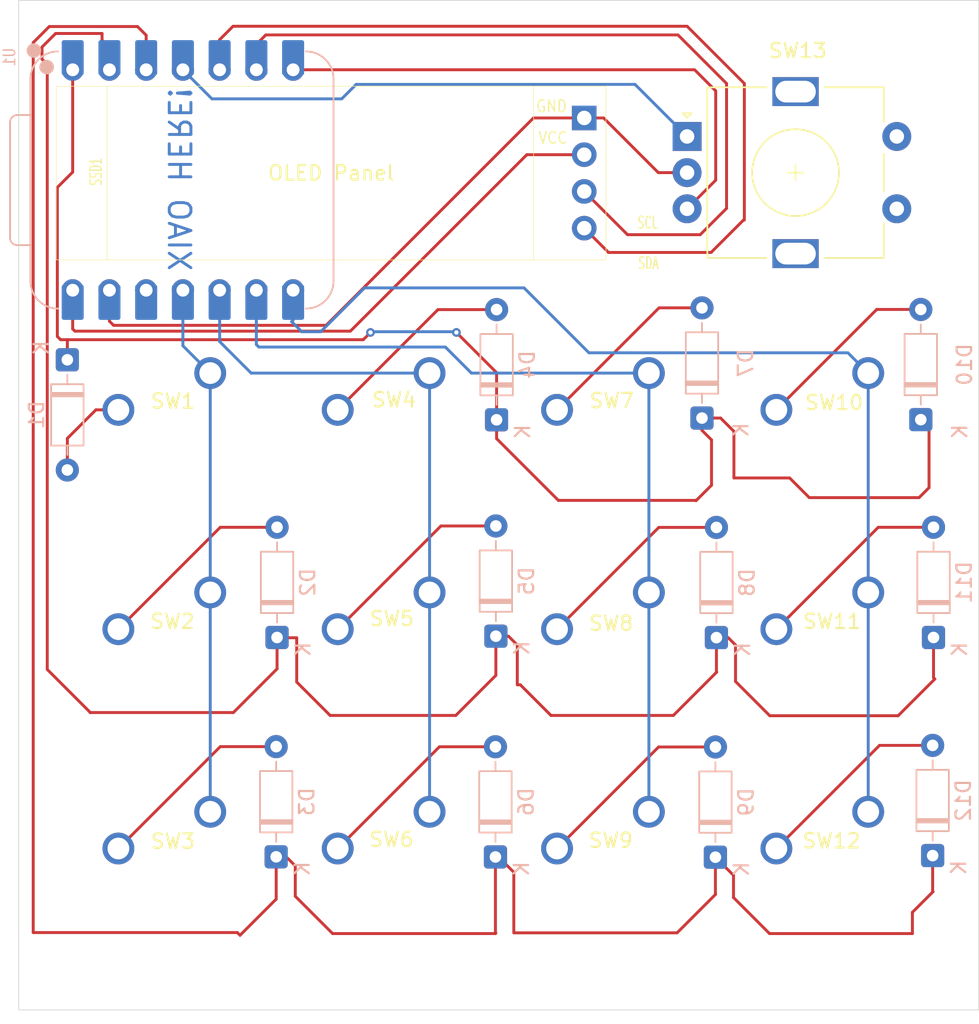
<source format=kicad_pcb>
(kicad_pcb (version 20241229) (generator "pcbnew") (generator_version "9.0")
  (layers (0 "F.Cu" signal) (2 "B.Cu" signal) (13 "F.Paste" user) (15 "B.Paste" user) (5 "F.SilkS" user "F.Silkscreen") (7 "B.SilkS" user "B.Silkscreen") (1 "F.Mask" user) (3 "B.Mask" user) (25 "Edge.Cuts" user))
  (net 0 "")
  (net 1 "Net-(D1-A)")
  (net 2 "R1")
  (net 3 "Net-(D2-A)")
  (net 4 "R2")
  (net 5 "Net-(D3-A)")
  (net 6 "R3")
  (net 7 "Net-(D4-A)")
  (net 8 "Net-(D5-A)")
  (net 9 "Net-(D6-A)")
  (net 10 "Net-(D7-A)")
  (net 11 "Net-(D8-A)")
  (net 12 "Net-(D9-A)")
  (net 13 "Net-(D10-A)")
  (net 14 "Net-(D11-A)")
  (net 15 "Net-(D12-A)")
  (net 16 "GND")
  (net 17 "+5V")
  (net 18 "SCL")
  (net 19 "SDA")
  (net 20 "C1")
  (net 21 "C2")
  (net 22 "C3")
  (net 23 "C4")
  (net 24 "REA")
  (net 25 "REB")
  (footprint "SW_Cherry_MX_1.00u_PCB:SW_Cherry_MX_1.00u_PCB" (layer "F.Cu") (at 128.02 66.87)
    (property "Reference" "SW1" (at -2.58 1.94 0) (layer "F.SilkS"))
    (property "Value" "SW_Push_45deg")
    (pad "" np_thru_hole circle (at -7.62 5.08) (size 1.7 1.7) (drill 1.7) (layers "*.Cu" "*.Mask"))
    (pad "" np_thru_hole circle (at -2.54 5.08) (size 4 4) (drill 4) (layers "*.Cu" "*.Mask"))
    (pad "" np_thru_hole circle (at 2.54 5.08) (size 1.7 1.7) (drill 1.7) (layers "*.Cu" "*.Mask"))
    (pad "1" thru_hole circle (at 0 0) (size 2.2 2.2) (drill 1.5) (layers "*.Cu" "*.Mask") (net 20 "C1"))
    (pad "2" thru_hole circle (at -6.35 2.54) (size 2.2 2.2) (drill 1.5) (layers "*.Cu" "*.Mask") (net 1 "Net-(D1-A)"))
  )
  (footprint "SW_Cherry_MX_1.00u_PCB:SW_Cherry_MX_1.00u_PCB" (layer "F.Cu") (at 158.35 82.035)
    (property "Reference" "SW8" (at -2.61 2.135 0) (layer "F.SilkS"))
    (property "Value" "SW_Push_45deg")
    (pad "" np_thru_hole circle (at -7.62 5.08) (size 1.7 1.7) (drill 1.7) (layers "*.Cu" "*.Mask"))
    (pad "" np_thru_hole circle (at -2.54 5.08) (size 4 4) (drill 4) (layers "*.Cu" "*.Mask"))
    (pad "" np_thru_hole circle (at 2.54 5.08) (size 1.7 1.7) (drill 1.7) (layers "*.Cu" "*.Mask"))
    (pad "1" thru_hole circle (at 0 0) (size 2.2 2.2) (drill 1.5) (layers "*.Cu" "*.Mask") (net 22 "C3"))
    (pad "2" thru_hole circle (at -6.35 2.54) (size 2.2 2.2) (drill 1.5) (layers "*.Cu" "*.Mask") (net 11 "Net-(D8-A)"))
  )
  (footprint "SW_Cherry_MX_1.00u_PCB:SW_Cherry_MX_1.00u_PCB" (layer "F.Cu") (at 128.02 82.035)
    (property "Reference" "SW2" (at -2.61 2.005 0) (layer "F.SilkS"))
    (property "Value" "SW_Push_45deg")
    (pad "" np_thru_hole circle (at -7.62 5.08) (size 1.7 1.7) (drill 1.7) (layers "*.Cu" "*.Mask"))
    (pad "" np_thru_hole circle (at -2.54 5.08) (size 4 4) (drill 4) (layers "*.Cu" "*.Mask"))
    (pad "" np_thru_hole circle (at 2.54 5.08) (size 1.7 1.7) (drill 1.7) (layers "*.Cu" "*.Mask"))
    (pad "1" thru_hole circle (at 0 0) (size 2.2 2.2) (drill 1.5) (layers "*.Cu" "*.Mask") (net 20 "C1"))
    (pad "2" thru_hole circle (at -6.35 2.54) (size 2.2 2.2) (drill 1.5) (layers "*.Cu" "*.Mask") (net 3 "Net-(D2-A)"))
  )
  (footprint "SW_Cherry_MX_1.00u_PCB:SW_Cherry_MX_1.00u_PCB" (layer "F.Cu") (at 128.02 97.2)
    (property "Reference" "SW3" (at -2.58 2.04 0) (layer "F.SilkS"))
    (property "Value" "SW_Push_45deg")
    (pad "" np_thru_hole circle (at -7.62 5.08) (size 1.7 1.7) (drill 1.7) (layers "*.Cu" "*.Mask"))
    (pad "" np_thru_hole circle (at -2.54 5.08) (size 4 4) (drill 4) (layers "*.Cu" "*.Mask"))
    (pad "" np_thru_hole circle (at 2.54 5.08) (size 1.7 1.7) (drill 1.7) (layers "*.Cu" "*.Mask"))
    (pad "1" thru_hole circle (at 0 0) (size 2.2 2.2) (drill 1.5) (layers "*.Cu" "*.Mask") (net 20 "C1"))
    (pad "2" thru_hole circle (at -6.35 2.54) (size 2.2 2.2) (drill 1.5) (layers "*.Cu" "*.Mask") (net 5 "Net-(D3-A)"))
  )
  (footprint "SW_Cherry_MX_1.00u_PCB:SW_Cherry_MX_1.00u_PCB" (layer "F.Cu") (at 143.185 82.035)
    (property "Reference" "SW5" (at -2.605 1.815 0) (layer "F.SilkS"))
    (property "Value" "SW_Push_45deg")
    (pad "" np_thru_hole circle (at -7.62 5.08) (size 1.7 1.7) (drill 1.7) (layers "*.Cu" "*.Mask"))
    (pad "" np_thru_hole circle (at -2.54 5.08) (size 4 4) (drill 4) (layers "*.Cu" "*.Mask"))
    (pad "" np_thru_hole circle (at 2.54 5.08) (size 1.7 1.7) (drill 1.7) (layers "*.Cu" "*.Mask"))
    (pad "1" thru_hole circle (at 0 0) (size 2.2 2.2) (drill 1.5) (layers "*.Cu" "*.Mask") (net 21 "C2"))
    (pad "2" thru_hole circle (at -6.35 2.54) (size 2.2 2.2) (drill 1.5) (layers "*.Cu" "*.Mask") (net 8 "Net-(D5-A)"))
  )
  (footprint "Rotary_Encoder:RotaryEncoder_Alps_EC11E-Switch_Vertical_H20mm" (layer "F.Cu") (at 160.99 50.51)
    (property "Reference" "SW13" (at 7.65 -5.93 180) (layer "F.SilkS"))
    (property "Value" "RotaryEncoder_Switch_MP")
    (fp_line (start -0.3 -1.6) (end 0.3 -1.6) (stroke (width 0.12)) (layer "F.SilkS"))
    (fp_line (start 0 -1.3) (end -0.3 -1.6) (stroke (width 0.12)) (layer "F.SilkS"))
    (fp_line (start 0.3 -1.6) (end 0 -1.3) (stroke (width 0.12)) (layer "F.SilkS"))
    (fp_line (start 1.4 -3.4) (end 1.4 8.4) (stroke (width 0.12)) (layer "F.SilkS"))
    (fp_line (start 5.5 -3.4) (end 1.4 -3.4) (stroke (width 0.12)) (layer "F.SilkS"))
    (fp_line (start 5.5 8.4) (end 1.4 8.4) (stroke (width 0.12)) (layer "F.SilkS"))
    (fp_line (start 7 2.5) (end 8 2.5) (stroke (width 0.12)) (layer "F.SilkS"))
    (fp_line (start 7.5 2) (end 7.5 3) (stroke (width 0.12)) (layer "F.SilkS"))
    (fp_line (start 9.5 -3.4) (end 13.6 -3.4) (stroke (width 0.12)) (layer "F.SilkS"))
    (fp_line (start 13.6 -3.4) (end 13.6 -1) (stroke (width 0.12)) (layer "F.SilkS"))
    (fp_line (start 13.6 1.2) (end 13.6 3.8) (stroke (width 0.12)) (layer "F.SilkS"))
    (fp_line (start 13.6 6) (end 13.6 8.4) (stroke (width 0.12)) (layer "F.SilkS"))
    (fp_line (start 13.6 8.4) (end 9.5 8.4) (stroke (width 0.12)) (layer "F.SilkS"))
    (fp_circle (center 7.5 2.5) (end 10.5 2.5) (stroke (width 0.12)) (fill no) (layer "F.SilkS"))
    (pad "A" thru_hole rect (at 0 0) (size 2 2) (drill 1) (layers "*.Cu" "*.Mask") (net 24 "REA"))
    (pad "B" thru_hole circle (at 0 5) (size 2 2) (drill 1) (layers "*.Cu" "*.Mask") (net 25 "REB"))
    (pad "C" thru_hole circle (at 0 2.5) (size 2 2) (drill 1) (layers "*.Cu" "*.Mask") (net 16 "GND"))
    (pad "MP" thru_hole rect (at 7.5 -3.1) (size 3.2 2) (drill oval 2.8 1.5) (layers "*.Cu" "*.Mask"))
    (pad "MP" thru_hole rect (at 7.5 8.1) (size 3.2 2) (drill oval 2.8 1.5) (layers "*.Cu" "*.Mask"))
    (pad "S1" thru_hole circle (at 14.5 5) (size 2 2) (drill 1) (layers "*.Cu" "*.Mask"))
    (pad "S2" thru_hole circle (at 14.5 0) (size 2 2) (drill 1) (layers "*.Cu" "*.Mask"))
  )
  (footprint "SSD1306-0.91-OLED-4pin-128x32:SSD1306-0.91-OLED-4pin-128x32" (layer "F.Cu") (at 117.38 47.04)
    (property "Reference" "SSD1" (at 2.74 5.91 90) (layer "F.SilkS") (effects (font (size 0.8 0.5) (thickness 0.1) (bold yes))))
    (property "Value" "~")
    (fp_line (start 0 0) (end 0 12) (stroke (width 0.04)) (layer "F.SilkS"))
    (fp_line (start 0 12) (end 38 12) (stroke (width 0.04)) (layer "F.SilkS"))
    (fp_line (start 3.5 0) (end 3.5 12) (stroke (width 0.04)) (layer "F.SilkS"))
    (fp_line (start 33 0) (end 33 12) (stroke (width 0.04)) (layer "F.SilkS"))
    (fp_line (start 38 0) (end 0 0) (stroke (width 0.04)) (layer "F.SilkS"))
    (fp_line (start 38 12) (end 38 0) (stroke (width 0.04)) (layer "F.SilkS"))
    (fp_text user "GND" (at 34.24 1.38 0) (layer "F.SilkS") (effects (font (size 0.8 0.7) (thickness 0.1) (bold yes))))
    (fp_text user "SDA" (at 40.94 12.23 0) (layer "F.SilkS") (effects (font (size 0.8 0.5) (thickness 0.1))))
    (fp_text user "VCC" (at 34.34 3.57 0) (layer "F.SilkS") (effects (font (size 0.8 0.7) (thickness 0.1) (bold yes))))
    (fp_text user "OLED Panel" (at 19 6 0) (layer "F.SilkS"))
    (fp_text user "SCL" (at 40.88 9.43 0) (layer "F.SilkS") (effects (font (size 0.8 0.5) (thickness 0.1) (bold yes))))
    (pad "1" thru_hole rect (at 36.5 2.19) (size 1.7 1.7) (drill 1) (layers "*.Cu" "*.Mask") (net 16 "GND"))
    (pad "2" thru_hole oval (at 36.5 4.73) (size 1.7 1.7) (drill 1) (layers "*.Cu" "*.Mask") (net 17 "+5V"))
    (pad "3" thru_hole oval (at 36.5 7.27) (size 1.7 1.7) (drill 1) (layers "*.Cu" "*.Mask") (net 18 "SCL"))
    (pad "4" thru_hole oval (at 36.5 9.81) (size 1.7 1.7) (drill 1) (layers "*.Cu" "*.Mask") (net 19 "SDA"))
  )
  (footprint "SW_Cherry_MX_1.00u_PCB:SW_Cherry_MX_1.00u_PCB" (layer "F.Cu") (at 173.515 82.035)
    (property "Reference" "SW11" (at -2.505 2.005 0) (layer "F.SilkS"))
    (property "Value" "SW_Push_45deg")
    (pad "" np_thru_hole circle (at -7.62 5.08) (size 1.7 1.7) (drill 1.7) (layers "*.Cu" "*.Mask"))
    (pad "" np_thru_hole circle (at -2.54 5.08) (size 4 4) (drill 4) (layers "*.Cu" "*.Mask"))
    (pad "" np_thru_hole circle (at 2.54 5.08) (size 1.7 1.7) (drill 1.7) (layers "*.Cu" "*.Mask"))
    (pad "1" thru_hole circle (at 0 0) (size 2.2 2.2) (drill 1.5) (layers "*.Cu" "*.Mask") (net 23 "C4"))
    (pad "2" thru_hole circle (at -6.35 2.54) (size 2.2 2.2) (drill 1.5) (layers "*.Cu" "*.Mask") (net 14 "Net-(D11-A)"))
  )
  (footprint "SW_Cherry_MX_1.00u_PCB:SW_Cherry_MX_1.00u_PCB" (layer "F.Cu") (at 143.185 97.2)
    (property "Reference" "SW6" (at -2.635 1.92 0) (layer "F.SilkS"))
    (property "Value" "SW_Push_45deg")
    (pad "" np_thru_hole circle (at -7.62 5.08) (size 1.7 1.7) (drill 1.7) (layers "*.Cu" "*.Mask"))
    (pad "" np_thru_hole circle (at -2.54 5.08) (size 4 4) (drill 4) (layers "*.Cu" "*.Mask"))
    (pad "" np_thru_hole circle (at 2.54 5.08) (size 1.7 1.7) (drill 1.7) (layers "*.Cu" "*.Mask"))
    (pad "1" thru_hole circle (at 0 0) (size 2.2 2.2) (drill 1.5) (layers "*.Cu" "*.Mask") (net 21 "C2"))
    (pad "2" thru_hole circle (at -6.35 2.54) (size 2.2 2.2) (drill 1.5) (layers "*.Cu" "*.Mask") (net 9 "Net-(D6-A)"))
  )
  (footprint "SW_Cherry_MX_1.00u_PCB:SW_Cherry_MX_1.00u_PCB" (layer "F.Cu") (at 173.515 66.87)
    (property "Reference" "SW10" (at -2.355 2.04 0) (layer "F.SilkS"))
    (property "Value" "SW_Push_45deg")
    (pad "" np_thru_hole circle (at -7.62 5.08) (size 1.7 1.7) (drill 1.7) (layers "*.Cu" "*.Mask"))
    (pad "" np_thru_hole circle (at -2.54 5.08) (size 4 4) (drill 4) (layers "*.Cu" "*.Mask"))
    (pad "" np_thru_hole circle (at 2.54 5.08) (size 1.7 1.7) (drill 1.7) (layers "*.Cu" "*.Mask"))
    (pad "1" thru_hole circle (at 0 0) (size 2.2 2.2) (drill 1.5) (layers "*.Cu" "*.Mask") (net 23 "C4"))
    (pad "2" thru_hole circle (at -6.35 2.54) (size 2.2 2.2) (drill 1.5) (layers "*.Cu" "*.Mask") (net 13 "Net-(D10-A)"))
  )
  (footprint "SW_Cherry_MX_1.00u_PCB:SW_Cherry_MX_1.00u_PCB" (layer "F.Cu") (at 158.35 66.87)
    (property "Reference" "SW7" (at -2.57 1.91 0) (layer "F.SilkS"))
    (property "Value" "SW_Push_45deg")
    (pad "" np_thru_hole circle (at -7.62 5.08) (size 1.7 1.7) (drill 1.7) (layers "*.Cu" "*.Mask"))
    (pad "" np_thru_hole circle (at -2.54 5.08) (size 4 4) (drill 4) (layers "*.Cu" "*.Mask"))
    (pad "" np_thru_hole circle (at 2.54 5.08) (size 1.7 1.7) (drill 1.7) (layers "*.Cu" "*.Mask"))
    (pad "1" thru_hole circle (at 0 0) (size 2.2 2.2) (drill 1.5) (layers "*.Cu" "*.Mask") (net 22 "C3"))
    (pad "2" thru_hole circle (at -6.35 2.54) (size 2.2 2.2) (drill 1.5) (layers "*.Cu" "*.Mask") (net 10 "Net-(D7-A)"))
  )
  (footprint "SW_Cherry_MX_1.00u_PCB:SW_Cherry_MX_1.00u_PCB" (layer "F.Cu") (at 143.185 66.87)
    (property "Reference" "SW4" (at -2.455 1.85 0) (layer "F.SilkS"))
    (property "Value" "SW_Push_45deg")
    (pad "" np_thru_hole circle (at -7.62 5.08) (size 1.7 1.7) (drill 1.7) (layers "*.Cu" "*.Mask"))
    (pad "" np_thru_hole circle (at -2.54 5.08) (size 4 4) (drill 4) (layers "*.Cu" "*.Mask"))
    (pad "" np_thru_hole circle (at 2.54 5.08) (size 1.7 1.7) (drill 1.7) (layers "*.Cu" "*.Mask"))
    (pad "1" thru_hole circle (at 0 0) (size 2.2 2.2) (drill 1.5) (layers "*.Cu" "*.Mask") (net 21 "C2"))
    (pad "2" thru_hole circle (at -6.35 2.54) (size 2.2 2.2) (drill 1.5) (layers "*.Cu" "*.Mask") (net 7 "Net-(D4-A)"))
  )
  (footprint "SW_Cherry_MX_1.00u_PCB:SW_Cherry_MX_1.00u_PCB" (layer "F.Cu") (at 173.515 97.2)
    (property "Reference" "SW12" (at -2.54 2.01 0) (layer "F.SilkS"))
    (property "Value" "SW_Push_45deg")
    (pad "" np_thru_hole circle (at -7.62 5.08) (size 1.7 1.7) (drill 1.7) (layers "*.Cu" "*.Mask"))
    (pad "" np_thru_hole circle (at -2.54 5.08) (size 4 4) (drill 4) (layers "*.Cu" "*.Mask"))
    (pad "" np_thru_hole circle (at 2.54 5.08) (size 1.7 1.7) (drill 1.7) (layers "*.Cu" "*.Mask"))
    (pad "1" thru_hole circle (at 0 0) (size 2.2 2.2) (drill 1.5) (layers "*.Cu" "*.Mask") (net 23 "C4"))
    (pad "2" thru_hole circle (at -6.35 2.54) (size 2.2 2.2) (drill 1.5) (layers "*.Cu" "*.Mask") (net 15 "Net-(D12-A)"))
  )
  (footprint "SW_Cherry_MX_1.00u_PCB:SW_Cherry_MX_1.00u_PCB" (layer "F.Cu") (at 158.35 97.2)
    (property "Reference" "SW9" (at -2.64 1.98 0) (layer "F.SilkS"))
    (property "Value" "SW_Push_45deg")
    (pad "" np_thru_hole circle (at -7.62 5.08) (size 1.7 1.7) (drill 1.7) (layers "*.Cu" "*.Mask"))
    (pad "" np_thru_hole circle (at -2.54 5.08) (size 4 4) (drill 4) (layers "*.Cu" "*.Mask"))
    (pad "" np_thru_hole circle (at 2.54 5.08) (size 1.7 1.7) (drill 1.7) (layers "*.Cu" "*.Mask"))
    (pad "1" thru_hole circle (at 0 0) (size 2.2 2.2) (drill 1.5) (layers "*.Cu" "*.Mask") (net 22 "C3"))
    (pad "2" thru_hole circle (at -6.35 2.54) (size 2.2 2.2) (drill 1.5) (layers "*.Cu" "*.Mask") (net 12 "Net-(D9-A)"))
  )
  (footprint "Diode_THT:D_DO-35_SOD27_P7.62mm_Horizontal" (layer "B.Cu") (at 177.15 70.09 90)
    (property "Reference" "D10" (at 3.81 3.02 90) (layer "B.SilkS") (effects (justify mirror)))
    (property "Value" "1N4148" (hide yes))
    (fp_line (start 6.58 0) (end 5.93 0) (stroke (width 0.12)) (layer "B.SilkS"))
    (fp_line (start 1.04 0) (end 1.69 0) (stroke (width 0.12)) (layer "B.SilkS"))
    (fp_line (start 2.53 1.12) (end 2.53 -1.12) (stroke (width 0.12)) (layer "B.SilkS"))
    (fp_line (start 2.41 1.12) (end 2.41 -1.12) (stroke (width 0.12)) (layer "B.SilkS"))
    (fp_line (start 2.29 1.12) (end 2.29 -1.12) (stroke (width 0.12)) (layer "B.SilkS"))
    (fp_rect (start 1.69 1.12) (end 5.93 -1.12) (stroke (width 0.12)) (fill no) (layer "B.SilkS"))
    (fp_text user "K" (at -0.825 2.7 90) (layer "B.SilkS") (effects (justify mirror)))
    (pad "1" thru_hole roundrect (at 0 0 90) (size 1.6 1.6) (drill 0.8) (layers "*.Cu" "*.Mask") (roundrect_rratio 0.15625) (net 2 "R1"))
    (pad "2" thru_hole circle (at 7.62 0 90) (size 1.6 1.6) (drill 0.8) (layers "*.Cu" "*.Mask") (net 13 "Net-(D10-A)"))
  )
  (footprint "Diode_THT:D_DO-35_SOD27_P7.62mm_Horizontal" (layer "B.Cu") (at 162.02 69.98 90)
    (property "Reference" "D7" (at 3.81 3.02 90) (layer "B.SilkS") (effects (justify mirror)))
    (property "Value" "1N4148" (hide yes))
    (fp_line (start 6.58 0) (end 5.93 0) (stroke (width 0.12)) (layer "B.SilkS"))
    (fp_line (start 1.04 0) (end 1.69 0) (stroke (width 0.12)) (layer "B.SilkS"))
    (fp_line (start 2.53 1.12) (end 2.53 -1.12) (stroke (width 0.12)) (layer "B.SilkS"))
    (fp_line (start 2.41 1.12) (end 2.41 -1.12) (stroke (width 0.12)) (layer "B.SilkS"))
    (fp_line (start 2.29 1.12) (end 2.29 -1.12) (stroke (width 0.12)) (layer "B.SilkS"))
    (fp_rect (start 1.69 1.12) (end 5.93 -1.12) (stroke (width 0.12)) (fill no) (layer "B.SilkS"))
    (fp_text user "K" (at -0.825 2.7 90) (layer "B.SilkS") (effects (justify mirror)))
    (pad "1" thru_hole roundrect (at 0 0 90) (size 1.6 1.6) (drill 0.8) (layers "*.Cu" "*.Mask") (roundrect_rratio 0.15625) (net 2 "R1"))
    (pad "2" thru_hole circle (at 7.62 0 90) (size 1.6 1.6) (drill 0.8) (layers "*.Cu" "*.Mask") (net 10 "Net-(D7-A)"))
  )
  (footprint "Diode_THT:D_DO-35_SOD27_P7.62mm_Horizontal" (layer "B.Cu") (at 132.64 85.15 90)
    (property "Reference" "D2" (at 3.81 2.12 90) (layer "B.SilkS") (effects (justify mirror)))
    (property "Value" "1N4148" (hide yes))
    (fp_line (start 6.58 0) (end 5.93 0) (stroke (width 0.12)) (layer "B.SilkS"))
    (fp_line (start 1.04 0) (end 1.69 0) (stroke (width 0.12)) (layer "B.SilkS"))
    (fp_line (start 2.53 1.12) (end 2.53 -1.12) (stroke (width 0.12)) (layer "B.SilkS"))
    (fp_line (start 2.41 1.12) (end 2.41 -1.12) (stroke (width 0.12)) (layer "B.SilkS"))
    (fp_line (start 2.29 1.12) (end 2.29 -1.12) (stroke (width 0.12)) (layer "B.SilkS"))
    (fp_rect (start 1.69 1.12) (end 5.93 -1.12) (stroke (width 0.12)) (fill no) (layer "B.SilkS"))
    (fp_text user "K" (at -0.825 1.8 90) (layer "B.SilkS") (effects (justify mirror)))
    (pad "1" thru_hole roundrect (at 0 0 90) (size 1.6 1.6) (drill 0.8) (layers "*.Cu" "*.Mask") (roundrect_rratio 0.15625) (net 4 "R2"))
    (pad "2" thru_hole circle (at 7.62 0 90) (size 1.6 1.6) (drill 0.8) (layers "*.Cu" "*.Mask") (net 3 "Net-(D2-A)"))
  )
  (footprint "Diode_THT:D_DO-35_SOD27_P7.62mm_Horizontal" (layer "B.Cu") (at 147.82 70.1 90)
    (property "Reference" "D4" (at 3.81 2.12 90) (layer "B.SilkS") (effects (justify mirror)))
    (property "Value" "1N4148" (hide yes))
    (fp_line (start 6.58 0) (end 5.93 0) (stroke (width 0.12)) (layer "B.SilkS"))
    (fp_line (start 1.04 0) (end 1.69 0) (stroke (width 0.12)) (layer "B.SilkS"))
    (fp_line (start 2.53 1.12) (end 2.53 -1.12) (stroke (width 0.12)) (layer "B.SilkS"))
    (fp_line (start 2.41 1.12) (end 2.41 -1.12) (stroke (width 0.12)) (layer "B.SilkS"))
    (fp_line (start 2.29 1.12) (end 2.29 -1.12) (stroke (width 0.12)) (layer "B.SilkS"))
    (fp_rect (start 1.69 1.12) (end 5.93 -1.12) (stroke (width 0.12)) (fill no) (layer "B.SilkS"))
    (fp_text user "K" (at -0.825 1.8 90) (layer "B.SilkS") (effects (justify mirror)))
    (pad "1" thru_hole roundrect (at 0 0 90) (size 1.6 1.6) (drill 0.8) (layers "*.Cu" "*.Mask") (roundrect_rratio 0.15625) (net 2 "R1"))
    (pad "2" thru_hole circle (at 7.62 0 90) (size 1.6 1.6) (drill 0.8) (layers "*.Cu" "*.Mask") (net 7 "Net-(D4-A)"))
  )
  (footprint "Diode_THT:D_DO-35_SOD27_P7.62mm_Horizontal" (layer "B.Cu") (at 163.02 85.16 90)
    (property "Reference" "D8" (at 3.81 2.12 90) (layer "B.SilkS") (effects (justify mirror)))
    (property "Value" "1N4148" (hide yes))
    (fp_line (start 6.58 0) (end 5.93 0) (stroke (width 0.12)) (layer "B.SilkS"))
    (fp_line (start 1.04 0) (end 1.69 0) (stroke (width 0.12)) (layer "B.SilkS"))
    (fp_line (start 2.53 1.12) (end 2.53 -1.12) (stroke (width 0.12)) (layer "B.SilkS"))
    (fp_line (start 2.41 1.12) (end 2.41 -1.12) (stroke (width 0.12)) (layer "B.SilkS"))
    (fp_line (start 2.29 1.12) (end 2.29 -1.12) (stroke (width 0.12)) (layer "B.SilkS"))
    (fp_rect (start 1.69 1.12) (end 5.93 -1.12) (stroke (width 0.12)) (fill no) (layer "B.SilkS"))
    (fp_text user "K" (at -0.825 1.8 90) (layer "B.SilkS") (effects (justify mirror)))
    (pad "1" thru_hole roundrect (at 0 0 90) (size 1.6 1.6) (drill 0.8) (layers "*.Cu" "*.Mask") (roundrect_rratio 0.15625) (net 4 "R2"))
    (pad "2" thru_hole circle (at 7.62 0 90) (size 1.6 1.6) (drill 0.8) (layers "*.Cu" "*.Mask") (net 11 "Net-(D8-A)"))
  )
  (footprint "Diode_THT:D_DO-35_SOD27_P7.62mm_Horizontal" (layer "B.Cu") (at 132.58 100.315 90)
    (property "Reference" "D3" (at 3.81 2.12 90) (layer "B.SilkS") (effects (justify mirror)))
    (property "Value" "1N4148" (hide yes))
    (fp_line (start 6.58 0) (end 5.93 0) (stroke (width 0.12)) (layer "B.SilkS"))
    (fp_line (start 1.04 0) (end 1.69 0) (stroke (width 0.12)) (layer "B.SilkS"))
    (fp_line (start 2.53 1.12) (end 2.53 -1.12) (stroke (width 0.12)) (layer "B.SilkS"))
    (fp_line (start 2.41 1.12) (end 2.41 -1.12) (stroke (width 0.12)) (layer "B.SilkS"))
    (fp_line (start 2.29 1.12) (end 2.29 -1.12) (stroke (width 0.12)) (layer "B.SilkS"))
    (fp_rect (start 1.69 1.12) (end 5.93 -1.12) (stroke (width 0.12)) (fill no) (layer "B.SilkS"))
    (fp_text user "K" (at -0.825 1.8 90) (layer "B.SilkS") (effects (justify mirror)))
    (pad "1" thru_hole roundrect (at 0 0 90) (size 1.6 1.6) (drill 0.8) (layers "*.Cu" "*.Mask") (roundrect_rratio 0.15625) (net 6 "R3"))
    (pad "2" thru_hole circle (at 7.62 0 90) (size 1.6 1.6) (drill 0.8) (layers "*.Cu" "*.Mask") (net 5 "Net-(D3-A)"))
  )
  (footprint "Diode_THT:D_DO-35_SOD27_P7.62mm_Horizontal" (layer "B.Cu") (at 178.03 85.15 90)
    (property "Reference" "D11" (at 3.81 2.12 90) (layer "B.SilkS") (effects (justify mirror)))
    (property "Value" "1N4148" (hide yes))
    (fp_line (start 6.58 0) (end 5.93 0) (stroke (width 0.12)) (layer "B.SilkS"))
    (fp_line (start 1.04 0) (end 1.69 0) (stroke (width 0.12)) (layer "B.SilkS"))
    (fp_line (start 2.53 1.12) (end 2.53 -1.12) (stroke (width 0.12)) (layer "B.SilkS"))
    (fp_line (start 2.41 1.12) (end 2.41 -1.12) (stroke (width 0.12)) (layer "B.SilkS"))
    (fp_line (start 2.29 1.12) (end 2.29 -1.12) (stroke (width 0.12)) (layer "B.SilkS"))
    (fp_rect (start 1.69 1.12) (end 5.93 -1.12) (stroke (width 0.12)) (fill no) (layer "B.SilkS"))
    (fp_text user "K" (at -0.825 1.8 90) (layer "B.SilkS") (effects (justify mirror)))
    (pad "1" thru_hole roundrect (at 0 0 90) (size 1.6 1.6) (drill 0.8) (layers "*.Cu" "*.Mask") (roundrect_rratio 0.15625) (net 4 "R2"))
    (pad "2" thru_hole circle (at 7.62 0 90) (size 1.6 1.6) (drill 0.8) (layers "*.Cu" "*.Mask") (net 14 "Net-(D11-A)"))
  )
  (footprint "Diode_THT:D_DO-35_SOD27_P7.62mm_Horizontal" (layer "B.Cu") (at 147.74 100.325 90)
    (property "Reference" "D6" (at 3.81 2.12 90) (layer "B.SilkS") (effects (justify mirror)))
    (property "Value" "1N4148" (hide yes))
    (fp_line (start 6.58 0) (end 5.93 0) (stroke (width 0.12)) (layer "B.SilkS"))
    (fp_line (start 1.04 0) (end 1.69 0) (stroke (width 0.12)) (layer "B.SilkS"))
    (fp_line (start 2.53 1.12) (end 2.53 -1.12) (stroke (width 0.12)) (layer "B.SilkS"))
    (fp_line (start 2.41 1.12) (end 2.41 -1.12) (stroke (width 0.12)) (layer "B.SilkS"))
    (fp_line (start 2.29 1.12) (end 2.29 -1.12) (stroke (width 0.12)) (layer "B.SilkS"))
    (fp_rect (start 1.69 1.12) (end 5.93 -1.12) (stroke (width 0.12)) (fill no) (layer "B.SilkS"))
    (fp_text user "K" (at -0.825 1.8 90) (layer "B.SilkS") (effects (justify mirror)))
    (pad "1" thru_hole roundrect (at 0 0 90) (size 1.6 1.6) (drill 0.8) (layers "*.Cu" "*.Mask") (roundrect_rratio 0.15625) (net 6 "R3"))
    (pad "2" thru_hole circle (at 7.62 0 90) (size 1.6 1.6) (drill 0.8) (layers "*.Cu" "*.Mask") (net 9 "Net-(D6-A)"))
  )
  (footprint "XIAO-RP2040-DIP:XIAO-RP2040-DIP" (layer "B.Cu") (at 126.13 53.52 -90)
    (property "Reference" "U1" (at -8.5 12 90) (layer "B.SilkS") (effects (font (size 0.8 0.635) (thickness 0.1016)) (justify mirror)))
    (property "Value" "XIAO-RP2040-DIP")
    (fp_line (start -3.991272 11.951) (end 4.004 11.951) (stroke (width 0.127)) (layer "B.SilkS"))
    (fp_line (start 4.504 11.451) (end 4.504 10.541) (stroke (width 0.127)) (layer "B.SilkS"))
    (fp_line (start -4.495 10.541) (end -4.491272 11.451272) (stroke (width 0.127)) (layer "B.SilkS"))
    (fp_line (start 6.985 10.541) (end -6.985 10.541) (stroke (width 0.1)) (layer "B.SilkS"))
    (fp_line (start 6.985 10.541) (end -6.985 10.541) (stroke (width 0.127)) (layer "B.SilkS"))
    (fp_line (start -6.985 -10.414) (end 6.985 -10.414) (stroke (width 0.127)) (layer "B.SilkS"))
    (fp_arc (start -3.991272 11.951) (mid -4.344724 11.804644) (end -4.491272 11.451272) (stroke (width 0.127)) (layer "B.SilkS"))
    (fp_arc (start 4.504 11.451) (mid 4.357553 11.804553) (end 4.004 11.951) (stroke (width 0.127)) (layer "B.SilkS"))
    (fp_arc (start -6.985 10.541) (mid -8.332038 9.983038) (end -8.89 8.636) (stroke (width 0.127)) (layer "B.SilkS"))
    (fp_arc (start 8.89 8.636) (mid 8.332038 9.983038) (end 6.985 10.541) (stroke (width 0.127)) (layer "B.SilkS"))
    (fp_arc (start -8.89 -8.509) (mid -8.332038 -9.856038) (end -6.985 -10.414) (stroke (width 0.127)) (layer "B.SilkS"))
    (fp_arc (start 6.985 -10.414) (mid 8.332038 -9.856038) (end 8.89 -8.509) (stroke (width 0.127)) (layer "B.SilkS"))
    (fp_circle (center -8.95 10.3) (end -8.95 10.554) (stroke (width 0.5)) (fill yes) (layer "B.SilkS"))
    (fp_circle (center -7.807 9.42) (end -7.807 9.674) (stroke (width 0.5)) (fill yes) (layer "B.SilkS"))
    (pad "1" smd roundrect (at -8.455 7.62 90) (size 2.432 1.524) (layers "B.Cu" "B.Mask") (roundrect_rratio 0.1) (net 2 "R1"))
    (pad "1" thru_hole circle (at -7.62 7.62 90) (size 1.524 1.524) (drill 0.889) (layers "*.Cu" "*.Mask") (net 2 "R1"))
    (pad "2" smd roundrect (at -8.455 5.08 90) (size 2.432 1.524) (layers "B.Cu" "B.Mask") (roundrect_rratio 0.1) (net 4 "R2"))
    (pad "2" thru_hole circle (at -7.62 5.08 90) (size 1.524 1.524) (drill 0.889) (layers "*.Cu" "*.Mask") (net 4 "R2"))
    (pad "3" smd roundrect (at -8.455 2.54 90) (size 2.432 1.524) (layers "B.Cu" "B.Mask") (roundrect_rratio 0.1) (net 6 "R3"))
    (pad "3" thru_hole circle (at -7.62 2.54 90) (size 1.524 1.524) (drill 0.889) (layers "*.Cu" "*.Mask") (net 6 "R3"))
    (pad "4" smd roundrect (at -8.455 0 90) (size 2.432 1.524) (layers "B.Cu" "B.Mask") (roundrect_rratio 0.1) (net 24 "REA"))
    (pad "4" thru_hole circle (at -7.62 0 90) (size 1.524 1.524) (drill 0.889) (layers "*.Cu" "*.Mask") (net 24 "REA"))
    (pad "5" smd roundrect (at -8.455 -2.54 90) (size 2.432 1.524) (layers "B.Cu" "B.Mask") (roundrect_rratio 0.1) (net 19 "SDA"))
    (pad "5" thru_hole circle (at -7.62 -2.54 90) (size 1.524 1.524) (drill 0.889) (layers "*.Cu" "*.Mask") (net 19 "SDA"))
    (pad "6" smd roundrect (at -8.455 -5.08 90) (size 2.432 1.524) (layers "B.Cu" "B.Mask") (roundrect_rratio 0.1) (net 18 "SCL"))
    (pad "6" thru_hole circle (at -7.62 -5.08 90) (size 1.524 1.524) (drill 0.889) (layers "*.Cu" "*.Mask") (net 18 "SCL"))
    (pad "7" smd roundrect (at -8.455 -7.62 90) (size 2.432 1.524) (layers "B.Cu" "B.Mask") (roundrect_rratio 0.1) (net 25 "REB"))
    (pad "7" thru_hole circle (at -7.62 -7.62 90) (size 1.524 1.524) (drill 0.889) (layers "*.Cu" "*.Mask") (net 25 "REB"))
    (pad "8" thru_hole circle (at 7.62 -7.62 270) (size 1.524 1.524) (drill 0.889) (layers "*.Cu" "*.Mask") (net 23 "C4"))
    (pad "8" smd roundrect (at 8.455 -7.62 270) (size 2.432 1.524) (layers "B.Cu" "B.Mask") (roundrect_rratio 0.1) (net 23 "C4"))
    (pad "9" thru_hole circle (at 7.62 -5.08 270) (size 1.524 1.524) (drill 0.889) (layers "*.Cu" "*.Mask") (net 22 "C3"))
    (pad "9" smd roundrect (at 8.455 -5.08 270) (size 2.432 1.524) (layers "B.Cu" "B.Mask") (roundrect_rratio 0.1) (net 22 "C3"))
    (pad "10" thru_hole circle (at 7.62 -2.54 270) (size 1.524 1.524) (drill 0.889) (layers "*.Cu" "*.Mask") (net 21 "C2"))
    (pad "10" smd roundrect (at 8.455 -2.54 270) (size 2.432 1.524) (layers "B.Cu" "B.Mask") (roundrect_rratio 0.1) (net 21 "C2"))
    (pad "11" thru_hole circle (at 7.62 0 270) (size 1.524 1.524) (drill 0.889) (layers "*.Cu" "*.Mask") (net 20 "C1"))
    (pad "11" smd roundrect (at 8.455 0 270) (size 2.432 1.524) (layers "B.Cu" "B.Mask") (roundrect_rratio 0.1) (net 20 "C1"))
    (pad "12" thru_hole circle (at 7.62 2.54 270) (size 1.524 1.524) (drill 0.889) (layers "*.Cu" "*.Mask"))
    (pad "12" smd roundrect (at 8.455 2.54 270) (size 2.432 1.524) (layers "B.Cu" "B.Mask") (roundrect_rratio 0.1))
    (pad "13" thru_hole circle (at 7.62 5.08 270) (size 1.524 1.524) (drill 0.889) (layers "*.Cu" "*.Mask") (net 16 "GND"))
    (pad "13" smd roundrect (at 8.455 5.08 270) (size 2.432 1.524) (layers "B.Cu" "B.Mask") (roundrect_rratio 0.1) (net 16 "GND"))
    (pad "14" thru_hole circle (at 7.62 7.62 270) (size 1.524 1.524) (drill 0.889) (layers "*.Cu" "*.Mask") (net 17 "+5V"))
    (pad "14" smd roundrect (at 8.455 7.62 270) (size 2.432 1.524) (layers "B.Cu" "B.Mask") (roundrect_rratio 0.1) (net 17 "+5V"))
  )
  (footprint "Diode_THT:D_DO-35_SOD27_P7.62mm_Horizontal" (layer "B.Cu") (at 118.14 65.95 -90)
    (property "Reference" "D1" (at 3.81 2.12 90) (layer "B.SilkS") (effects (justify mirror)))
    (property "Value" "1N4148" (hide yes))
    (fp_line (start 2.29 1.12) (end 2.29 -1.12) (stroke (width 0.12)) (layer "B.SilkS"))
    (fp_line (start 2.41 1.12) (end 2.41 -1.12) (stroke (width 0.12)) (layer "B.SilkS"))
    (fp_line (start 2.53 1.12) (end 2.53 -1.12) (stroke (width 0.12)) (layer "B.SilkS"))
    (fp_line (start 1.04 0) (end 1.69 0) (stroke (width 0.12)) (layer "B.SilkS"))
    (fp_line (start 6.58 0) (end 5.93 0) (stroke (width 0.12)) (layer "B.SilkS"))
    (fp_rect (start 1.69 1.12) (end 5.93 -1.12) (stroke (width 0.12)) (fill no) (layer "B.SilkS"))
    (fp_text user "K" (at -0.825 1.8 90) (layer "B.SilkS") (effects (justify mirror)))
    (pad "1" thru_hole roundrect (at 0 0 270) (size 1.6 1.6) (drill 0.8) (layers "*.Cu" "*.Mask") (roundrect_rratio 0.15625) (net 2 "R1"))
    (pad "2" thru_hole circle (at 7.62 0 270) (size 1.6 1.6) (drill 0.8) (layers "*.Cu" "*.Mask") (net 1 "Net-(D1-A)"))
  )
  (footprint "Diode_THT:D_DO-35_SOD27_P7.62mm_Horizontal" (layer "B.Cu") (at 162.95 100.34 90)
    (property "Reference" "D9" (at 3.81 2.12 90) (layer "B.SilkS") (effects (justify mirror)))
    (property "Value" "1N4148" (hide yes))
    (fp_line (start 6.58 0) (end 5.93 0) (stroke (width 0.12)) (layer "B.SilkS"))
    (fp_line (start 1.04 0) (end 1.69 0) (stroke (width 0.12)) (layer "B.SilkS"))
    (fp_line (start 2.53 1.12) (end 2.53 -1.12) (stroke (width 0.12)) (layer "B.SilkS"))
    (fp_line (start 2.41 1.12) (end 2.41 -1.12) (stroke (width 0.12)) (layer "B.SilkS"))
    (fp_line (start 2.29 1.12) (end 2.29 -1.12) (stroke (width 0.12)) (layer "B.SilkS"))
    (fp_rect (start 1.69 1.12) (end 5.93 -1.12) (stroke (width 0.12)) (fill no) (layer "B.SilkS"))
    (fp_text user "K" (at -0.825 1.8 90) (layer "B.SilkS") (effects (justify mirror)))
    (pad "1" thru_hole roundrect (at 0 0 90) (size 1.6 1.6) (drill 0.8) (layers "*.Cu" "*.Mask") (roundrect_rratio 0.15625) (net 6 "R3"))
    (pad "2" thru_hole circle (at 7.62 0 90) (size 1.6 1.6) (drill 0.8) (layers "*.Cu" "*.Mask") (net 12 "Net-(D9-A)"))
  )
  (footprint "Diode_THT:D_DO-35_SOD27_P7.62mm_Horizontal" (layer "B.Cu") (at 147.77 85.06 90)
    (property "Reference" "D5" (at 3.81 2.12 90) (layer "B.SilkS") (effects (justify mirror)))
    (property "Value" "1N4148" (hide yes))
    (fp_line (start 6.58 0) (end 5.93 0) (stroke (width 0.12)) (layer "B.SilkS"))
    (fp_line (start 1.04 0) (end 1.69 0) (stroke (width 0.12)) (layer "B.SilkS"))
    (fp_line (start 2.53 1.12) (end 2.53 -1.12) (stroke (width 0.12)) (layer "B.SilkS"))
    (fp_line (start 2.41 1.12) (end 2.41 -1.12) (stroke (width 0.12)) (layer "B.SilkS"))
    (fp_line (start 2.29 1.12) (end 2.29 -1.12) (stroke (width 0.12)) (layer "B.SilkS"))
    (fp_rect (start 1.69 1.12) (end 5.93 -1.12) (stroke (width 0.12)) (fill no) (layer "B.SilkS"))
    (fp_text user "K" (at -0.825 1.8 90) (layer "B.SilkS") (effects (justify mirror)))
    (pad "1" thru_hole roundrect (at 0 0 90) (size 1.6 1.6) (drill 0.8) (layers "*.Cu" "*.Mask") (roundrect_rratio 0.15625) (net 4 "R2"))
    (pad "2" thru_hole circle (at 7.62 0 90) (size 1.6 1.6) (drill 0.8) (layers "*.Cu" "*.Mask") (net 8 "Net-(D5-A)"))
  )
  (footprint "Diode_THT:D_DO-35_SOD27_P7.62mm_Horizontal" (layer "B.Cu") (at 177.97 100.23 90)
    (property "Reference" "D12" (at 3.81 2.12 90) (layer "B.SilkS") (effects (justify mirror)))
    (property "Value" "1N4148" (hide yes))
    (fp_line (start 6.58 0) (end 5.93 0) (stroke (width 0.12)) (layer "B.SilkS"))
    (fp_line (start 1.04 0) (end 1.69 0) (stroke (width 0.12)) (layer "B.SilkS"))
    (fp_line (start 2.53 1.12) (end 2.53 -1.12) (stroke (width 0.12)) (layer "B.SilkS"))
    (fp_line (start 2.41 1.12) (end 2.41 -1.12) (stroke (width 0.12)) (layer "B.SilkS"))
    (fp_line (start 2.29 1.12) (end 2.29 -1.12) (stroke (width 0.12)) (layer "B.SilkS"))
    (fp_rect (start 1.69 1.12) (end 5.93 -1.12) (stroke (width 0.12)) (fill no) (layer "B.SilkS"))
    (fp_text user "K" (at -0.825 1.8 90) (layer "B.SilkS") (effects (justify mirror)))
    (pad "1" thru_hole roundrect (at 0 0 90) (size 1.6 1.6) (drill 0.8) (layers "*.Cu" "*.Mask") (roundrect_rratio 0.15625) (net 6 "R3"))
    (pad "2" thru_hole circle (at 7.62 0 90) (size 1.6 1.6) (drill 0.8) (layers "*.Cu" "*.Mask") (net 15 "Net-(D12-A)"))
  )
  (gr_rect (start 114.78 41.1) (end 181.16 110.9) (stroke (width 0.05)) (fill no) (layer "Edge.Cuts"))
  (gr_text "XIAO HERE!" (at 124.99 59.93 270) (layer "B.Cu") (effects (font (size 1.5 1.5) (thickness 0.2)) (justify left bottom mirror)))
  (segment (start 121.67 69.41) (end 120.114366 69.41) (width 0.2) (layer "F.Cu") (net 1))
  (segment (start 120.114366 69.41) (end 118.14 71.384366) (width 0.2) (layer "F.Cu") (net 1))
  (segment (start 118.14 71.384366) (end 118.14 73.57) (width 0.2) (layer "F.Cu") (net 1))
  (segment (start 118.14 64.56) (end 138.6 64.56) (width 0.2) (layer "F.Cu") (net 2))
  (segment (start 176.659 69.599) (end 177.15 70.09) (width 0.2) (layer "F.Cu") (net 2))
  (segment (start 177.03 75.48) (end 177.72 74.79) (width 0.2) (layer "F.Cu") (net 2))
  (segment (start 145.04 64.06) (end 147.82 66.84) (width 0.2) (layer "F.Cu") (net 2))
  (segment (start 117.447 54.033) (end 118.51 52.97) (width 0.2) (layer "F.Cu") (net 2))
  (segment (start 169.44 75.48) (end 177.03 75.48) (width 0.2) (layer "F.Cu") (net 2))
  (segment (start 164.23 70.9) (end 164.23 74.12) (width 0.2) (layer "F.Cu") (net 2))
  (segment (start 152.09 75.67) (end 161.59 75.67) (width 0.2) (layer "F.Cu") (net 2))
  (segment (start 138.6 64.56) (end 139.1 64.06) (width 0.2) (layer "F.Cu") (net 2))
  (segment (start 118.14 64.56) (end 117.67 64.56) (width 0.2) (layer "F.Cu") (net 2))
  (segment (start 161.59 75.67) (end 161.61 75.69) (width 0.2) (layer "F.Cu") (net 2))
  (segment (start 117.447 64.337) (end 117.447 54.033) (width 0.2) (layer "F.Cu") (net 2))
  (segment (start 164.23 74.12) (end 168.08 74.12) (width 0.2) (layer "F.Cu") (net 2))
  (segment (start 147.82 71.4) (end 152.09 75.67) (width 0.2) (layer "F.Cu") (net 2))
  (segment (start 118.14 65.95) (end 118.14 64.56) (width 0.2) (layer "F.Cu") (net 2))
  (segment (start 162.68 71.49) (end 162.02 70.83) (width 0.2) (layer "F.Cu") (net 2))
  (segment (start 162.02 69.98) (end 163.31 69.98) (width 0.2) (layer "F.Cu") (net 2))
  (segment (start 163.31 69.98) (end 164.23 70.9) (width 0.2) (layer "F.Cu") (net 2))
  (segment (start 177.72 70.66) (end 177.15 70.09) (width 0.2) (layer "F.Cu") (net 2))
  (segment (start 168.08 74.12) (end 169.44 75.48) (width 0.2) (layer "F.Cu") (net 2))
  (segment (start 162.02 70.83) (end 162.02 69.98) (width 0.2) (layer "F.Cu") (net 2))
  (segment (start 147.82 70.1) (end 147.82 71.4) (width 0.2) (layer "F.Cu") (net 2))
  (segment (start 161.61 75.69) (end 162.68 74.62) (width 0.2) (layer "F.Cu") (net 2))
  (segment (start 118.51 52.97) (end 118.51 45.9) (width 0.2) (layer "F.Cu") (net 2))
  (segment (start 162.68 74.62) (end 162.68 71.49) (width 0.2) (layer "F.Cu") (net 2))
  (segment (start 147.82 66.84) (end 147.82 70.1) (width 0.2) (layer "F.Cu") (net 2))
  (segment (start 177.72 74.79) (end 177.72 70.66) (width 0.2) (layer "F.Cu") (net 2))
  (segment (start 117.67 64.56) (end 117.447 64.337) (width 0.2) (layer "F.Cu") (net 2))
  (via (at 139.1 64.06) (size 0.6) (drill 0.3) (layers "F.Cu" "B.Cu") (net 2))
  (via (at 145.04 64.06) (size 0.6) (drill 0.3) (layers "F.Cu" "B.Cu") (net 2))
  (segment (start 144.99 64.01) (end 145.04 64.06) (width 0.2) (layer "B.Cu") (net 2))
  (segment (start 139.15 64.01) (end 144.99 64.01) (width 0.2) (layer "B.Cu") (net 2))
  (segment (start 139.1 64.06) (end 139.15 64.01) (width 0.2) (layer "B.Cu") (net 2))
  (segment (start 128.715 77.53) (end 132.64 77.53) (width 0.2) (layer "F.Cu") (net 3))
  (segment (start 121.67 84.575) (end 128.715 77.53) (width 0.2) (layer "F.Cu") (net 3))
  (segment (start 178.03 87.93) (end 178.03 85.15) (width 0.2) (layer "F.Cu") (net 4))
  (segment (start 116.39 44.33) (end 117.33 43.39) (width 0.2) (layer "F.Cu") (net 4))
  (segment (start 121.05 44.37) (end 121.05 45.9) (width 0.2) (layer "F.Cu") (net 4))
  (segment (start 148.64 85.06) (end 149.25 85.67) (width 0.2) (layer "F.Cu") (net 4))
  (segment (start 177.644 84.764) (end 178.03 85.15) (width 0.2) (layer "F.Cu") (net 4))
  (segment (start 175.58 90.56) (end 178.12 88.02) (width 0.2) (layer "F.Cu") (net 4))
  (segment (start 163.02 85.16) (end 163.83 85.16) (width 0.2) (layer "F.Cu") (net 4))
  (segment (start 116.75 45.53) (end 116.39 45.17) (width 0.2) (layer "F.Cu") (net 4))
  (segment (start 149.46 88.42) (end 151.58 90.54) (width 0.2) (layer "F.Cu") (net 4))
  (segment (start 134 85.17) (end 134 88.23) (width 0.2) (layer "F.Cu") (net 4))
  (segment (start 116.75 87.36) (end 116.75 45.53) (width 0.2) (layer "F.Cu") (net 4))
  (segment (start 149.25 88.42) (end 149.46 88.42) (width 0.2) (layer "F.Cu") (net 4))
  (segment (start 145 90.54) (end 147.77 87.77) (width 0.2) (layer "F.Cu") (net 4))
  (segment (start 132.66 85.17) (end 134 85.17) (width 0.2) (layer "F.Cu") (net 4))
  (segment (start 164.34 88.19) (end 166.71 90.56) (width 0.2) (layer "F.Cu") (net 4))
  (segment (start 116.39 45.17) (end 116.39 44.33) (width 0.2) (layer "F.Cu") (net 4))
  (segment (start 151.58 90.54) (end 160.04 90.54) (width 0.2) (layer "F.Cu") (net 4))
  (segment (start 147.77 87.77) (end 147.77 85.06) (width 0.2) (layer "F.Cu") (net 4))
  (segment (start 163.83 85.16) (end 164.34 85.67) (width 0.2) (layer "F.Cu") (net 4))
  (segment (start 164.34 85.67) (end 164.34 88.19) (width 0.2) (layer "F.Cu") (net 4))
  (segment (start 132.64 85.15) (end 132.64 87.32) (width 0.2) (layer "F.Cu") (net 4))
  (segment (start 132.64 85.15) (end 132.66 85.17) (width 0.2) (layer "F.Cu") (net 4))
  (segment (start 136.31 90.54) (end 145 90.54) (width 0.2) (layer "F.Cu") (net 4))
  (segment (start 119.71 90.32) (end 116.75 87.36) (width 0.2) (layer "F.Cu") (net 4))
  (segment (start 129.62 90.34) (end 119.71 90.34) (width 0.2) (layer "F.Cu") (net 4))
  (segment (start 120.54 43.39) (end 120.54 43.86) (width 0.2) (layer "F.Cu") (net 4))
  (segment (start 117.33 43.39) (end 120.54 43.39) (width 0.2) (layer "F.Cu") (net 4))
  (segment (start 160.04 90.54) (end 163.04 87.54) (width 0.2) (layer "F.Cu") (net 4))
  (segment (start 120.54 43.86) (end 121.05 44.37) (width 0.2) (layer "F.Cu") (net 4))
  (segment (start 132.64 87.32) (end 129.62 90.34) (width 0.2) (layer "F.Cu") (net 4))
  (segment (start 147.77 85.06) (end 148.64 85.06) (width 0.2) (layer "F.Cu") (net 4))
  (segment (start 149.25 85.67) (end 149.25 88.42) (width 0.2) (layer "F.Cu") (net 4))
  (segment (start 163.04 87.54) (end 163.02 87.52) (width 0.2) (layer "F.Cu") (net 4))
  (segment (start 166.71 90.56) (end 175.58 90.56) (width 0.2) (layer "F.Cu") (net 4))
  (segment (start 163.02 87.52) (end 163.02 85.16) (width 0.2) (layer "F.Cu") (net 4))
  (segment (start 119.71 90.34) (end 119.71 90.32) (width 0.2) (layer "F.Cu") (net 4))
  (segment (start 134 88.23) (end 136.31 90.54) (width 0.2) (layer "F.Cu") (net 4))
  (segment (start 178.12 88.02) (end 178.03 87.93) (width 0.2) (layer "F.Cu") (net 4))
  (segment (start 128.715 92.695) (end 132.58 92.695) (width 0.2) (layer "F.Cu") (net 5))
  (segment (start 121.67 99.74) (end 128.715 92.695) (width 0.2) (layer "F.Cu") (net 5))
  (segment (start 160.3 105.57) (end 162.96 102.91) (width 0.2) (layer "F.Cu") (net 6))
  (segment (start 162.95 100.34) (end 164.2 101.59) (width 0.2) (layer "F.Cu") (net 6))
  (segment (start 147.77 105.59) (end 147.74 105.56) (width 0.2) (layer "F.Cu") (net 6))
  (segment (start 147.955 100.325) (end 149.01 101.38) (width 0.2) (layer "F.Cu") (net 6))
  (segment (start 166.69 105.62) (end 176.57 105.62) (width 0.2) (layer "F.Cu") (net 6))
  (segment (start 116.89 42.91) (end 122.99 42.91) (width 0.2) (layer "F.Cu") (net 6))
  (segment (start 147.74 105.56) (end 147.74 100.325) (width 0.2) (layer "F.Cu") (net 6))
  (segment (start 147.74 105.62) (end 147.77 105.59) (width 0.2) (layer "F.Cu") (net 6))
  (segment (start 133.9 100.94) (end 133.9 103.04) (width 0.2) (layer "F.Cu") (net 6))
  (segment (start 115.78 44.02) (end 116.89 42.91) (width 0.2) (layer "F.Cu") (net 6))
  (segment (start 130.08 105.74) (end 129.89 105.55) (width 0.2) (layer "F.Cu") (net 6))
  (segment (start 149.01 105.57) (end 160.3 105.57) (width 0.2) (layer "F.Cu") (net 6))
  (segment (start 122.99 42.91) (end 123.59 43.51) (width 0.2) (layer "F.Cu") (net 6))
  (segment (start 162.96 102.91) (end 162.95 102.9) (width 0.2) (layer "F.Cu") (net 6))
  (segment (start 147.74 100.325) (end 147.955 100.325) (width 0.2) (layer "F.Cu") (net 6))
  (segment (start 176.57 105.62) (end 176.57 104.15) (width 0.2) (layer "F.Cu") (net 6))
  (segment (start 129.89 105.55) (end 115.78 105.55) (width 0.2) (layer "F.Cu") (net 6))
  (segment (start 177.97 102.69) (end 177.97 100.23) (width 0.2) (layer "F.Cu") (net 6))
  (segment (start 177.669 99.929) (end 177.97 100.23) (width 0.2) (layer "F.Cu") (net 6))
  (segment (start 162.95 102.9) (end 162.95 100.34) (width 0.2) (layer "F.Cu") (net 6))
  (segment (start 164.2 101.59) (end 164.2 103.13) (width 0.2) (layer "F.Cu") (net 6))
  (segment (start 132.58 103.24) (end 130.08 105.74) (width 0.2) (layer "F.Cu") (net 6))
  (segment (start 133.275 100.315) (end 133.9 100.94) (width 0.2) (layer "F.Cu") (net 6))
  (segment (start 136.48 105.62) (end 147.74 105.62) (width 0.2) (layer "F.Cu") (net 6))
  (segment (start 123.59 43.51) (end 123.59 45.9) (width 0.2) (layer "F.Cu") (net 6))
  (segment (start 132.58 100.315) (end 133.275 100.315) (width 0.2) (layer "F.Cu") (net 6))
  (segment (start 149.01 101.38) (end 149.01 105.57) (width 0.2) (layer "F.Cu") (net 6))
  (segment (start 178 102.72) (end 177.97 102.69) (width 0.2) (layer "F.Cu") (net 6))
  (segment (start 132.58 100.315) (end 132.58 103.24) (width 0.2) (layer "F.Cu") (net 6))
  (segment (start 133.9 103.04) (end 136.48 105.62) (width 0.2) (layer "F.Cu") (net 6))
  (segment (start 176.57 104.15) (end 178 102.72) (width 0.2) (layer "F.Cu") (net 6))
  (segment (start 164.2 103.13) (end 166.69 105.62) (width 0.2) (layer "F.Cu") (net 6))
  (segment (start 115.78 105.55) (end 115.78 44.02) (width 0.2) (layer "F.Cu") (net 6))
  (segment (start 143.765 62.48) (end 147.82 62.48) (width 0.2) (layer "F.Cu") (net 7))
  (segment (start 136.835 69.41) (end 143.765 62.48) (width 0.2) (layer "F.Cu") (net 7))
  (segment (start 143.97 77.44) (end 147.77 77.44) (width 0.2) (layer "F.Cu") (net 8))
  (segment (start 136.835 84.575) (end 143.97 77.44) (width 0.2) (layer "F.Cu") (net 8))
  (segment (start 143.87 92.705) (end 147.74 92.705) (width 0.2) (layer "F.Cu") (net 9))
  (segment (start 136.835 99.74) (end 143.87 92.705) (width 0.2) (layer "F.Cu") (net 9))
  (segment (start 159.05 62.36) (end 162.02 62.36) (width 0.2) (layer "F.Cu") (net 10))
  (segment (start 152 69.41) (end 159.05 62.36) (width 0.2) (layer "F.Cu") (net 10))
  (segment (start 152 84.575) (end 159.035 77.54) (width 0.2) (layer "F.Cu") (net 11))
  (segment (start 159.035 77.54) (end 163.02 77.54) (width 0.2) (layer "F.Cu") (net 11))
  (segment (start 159.02 92.72) (end 162.95 92.72) (width 0.2) (layer "F.Cu") (net 12))
  (segment (start 152 99.74) (end 159.02 92.72) (width 0.2) (layer "F.Cu") (net 12))
  (segment (start 174.105 62.47) (end 177.15 62.47) (width 0.2) (layer "F.Cu") (net 13))
  (segment (start 167.165 69.41) (end 174.105 62.47) (width 0.2) (layer "F.Cu") (net 13))
  (segment (start 174.21 77.53) (end 178.03 77.53) (width 0.2) (layer "F.Cu") (net 14))
  (segment (start 167.165 84.575) (end 174.21 77.53) (width 0.2) (layer "F.Cu") (net 14))
  (segment (start 167.165 99.74) (end 174.295 92.61) (width 0.2) (layer "F.Cu") (net 15))
  (segment (start 174.295 92.61) (end 177.97 92.61) (width 0.2) (layer "F.Cu") (net 15))
  (segment (start 121.339 63.569) (end 121.05 63.28) (width 0.2) (layer "F.Cu") (net 16))
  (segment (start 155.22 49.23) (end 159 53.01) (width 0.2) (layer "F.Cu") (net 16))
  (segment (start 136.05 63.569) (end 121.339 63.569) (width 0.2) (layer "F.Cu") (net 16))
  (segment (start 121.05 63.28) (end 121.05 61.14) (width 0.2) (layer "F.Cu") (net 16))
  (segment (start 136.05 63.55) (end 136.05 63.569) (width 0.2) (layer "F.Cu") (net 16))
  (segment (start 153.88 49.23) (end 150.37 49.23) (width 0.2) (layer "F.Cu") (net 16))
  (segment (start 150.37 49.23) (end 136.05 63.55) (width 0.2) (layer "F.Cu") (net 16))
  (segment (start 153.88 49.23) (end 155.22 49.23) (width 0.2) (layer "F.Cu") (net 16))
  (segment (start 159 53.01) (end 160.99 53.01) (width 0.2) (layer "F.Cu") (net 16))
  (segment (start 149.91 51.77) (end 137.71 63.97) (width 0.2) (layer "F.Cu") (net 17))
  (segment (start 137.71 63.97) (end 118.66 63.97) (width 0.2) (layer "F.Cu") (net 17))
  (segment (start 153.88 51.77) (end 149.91 51.77) (width 0.2) (layer "F.Cu") (net 17))
  (segment (start 118.51 63.82) (end 118.51 61.14) (width 0.2) (layer "F.Cu") (net 17))
  (segment (start 118.66 63.97) (end 118.51 63.82) (width 0.2) (layer "F.Cu") (net 17))
  (segment (start 161.9 57.3) (end 163.72 55.48) (width 0.2) (layer "F.Cu") (net 18))
  (segment (start 131.2 44.15) (end 131.21 44.16) (width 0.2) (layer "F.Cu") (net 18))
  (segment (start 153.88 54.31) (end 156.87 57.3) (width 0.2) (layer "F.Cu") (net 18))
  (segment (start 163.72 55.48) (end 163.72 46.85) (width 0.2) (layer "F.Cu") (net 18))
  (segment (start 163.72 46.85) (end 160.36 43.49) (width 0.2) (layer "F.Cu") (net 18))
  (segment (start 160.36 43.49) (end 131.86 43.49) (width 0.2) (layer "F.Cu") (net 18))
  (segment (start 156.87 57.3) (end 161.9 57.3) (width 0.2) (layer "F.Cu") (net 18))
  (segment (start 131.21 44.16) (end 131.21 45.9) (width 0.2) (layer "F.Cu") (net 18))
  (segment (start 131.86 43.49) (end 131.2 44.15) (width 0.2) (layer "F.Cu") (net 18))
  (segment (start 153.88 56.85) (end 155.56 58.53) (width 0.2) (layer "F.Cu") (net 19))
  (segment (start 128.67 43.82) (end 128.67 45.9) (width 0.2) (layer "F.Cu") (net 19))
  (segment (start 129.6 42.89) (end 128.67 43.82) (width 0.2) (layer "F.Cu") (net 19))
  (segment (start 155.56 58.53) (end 162.65 58.53) (width 0.2) (layer "F.Cu") (net 19))
  (segment (start 164.95 46.85) (end 160.99 42.89) (width 0.2) (layer "F.Cu") (net 19))
  (segment (start 160.99 42.89) (end 129.6 42.89) (width 0.2) (layer "F.Cu") (net 19))
  (segment (start 164.89 56.29) (end 164.95 56.29) (width 0.2) (layer "F.Cu") (net 19))
  (segment (start 164.95 56.29) (end 164.95 46.85) (width 0.2) (layer "F.Cu") (net 19))
  (segment (start 162.65 58.53) (end 164.89 56.29) (width 0.2) (layer "F.Cu") (net 19))
  (segment (start 128.02 82.035) (end 128.02 97.2) (width 0.2) (layer "B.Cu") (net 20))
  (segment (start 128.02 66.87) (end 126.13 64.98) (width 0.2) (layer "B.Cu") (net 20))
  (segment (start 128.02 66.87) (end 128.02 82.035) (width 0.2) (layer "B.Cu") (net 20))
  (segment (start 126.13 64.98) (end 126.13 61.975) (width 0.2) (layer "B.Cu") (net 20))
  (segment (start 130.85 66.87) (end 128.67 64.69) (width 0.2) (layer "B.Cu") (net 21))
  (segment (start 128.67 64.69) (end 128.67 61.975) (width 0.2) (layer "B.Cu") (net 21))
  (segment (start 143.185 66.87) (end 143.185 97.2) (width 0.2) (layer "B.Cu") (net 21))
  (segment (start 143.185 66.87) (end 130.85 66.87) (width 0.2) (layer "B.Cu") (net 21))
  (segment (start 144.28 65.07) (end 131.38 65.07) (width 0.2) (layer "B.Cu") (net 22))
  (segment (start 158.35 66.87) (end 158.35 97.2) (width 0.2) (layer "B.Cu") (net 22))
  (segment (start 158.35 66.87) (end 146.08 66.87) (width 0.2) (layer "B.Cu") (net 22))
  (segment (start 146.08 66.87) (end 144.28 65.07) (width 0.2) (layer "B.Cu") (net 22))
  (segment (start 131.21 64.9) (end 131.21 61.975) (width 0.2) (layer "B.Cu") (net 22))
  (segment (start 131.38 65.07) (end 131.21 64.9) (width 0.2) (layer "B.Cu") (net 22))
  (segment (start 173.515 66.87) (end 172.114 65.469) (width 0.2) (layer "B.Cu") (net 23))
  (segment (start 154.209 65.469) (end 149.72 60.98) (width 0.2) (layer "B.Cu") (net 23))
  (segment (start 135.66 64.01) (end 134.34 64.01) (width 0.2) (layer "B.Cu") (net 23))
  (segment (start 149.72 60.98) (end 138.69 60.98) (width 0.2) (layer "B.Cu") (net 23))
  (segment (start 134.34 64.01) (end 134.34 64) (width 0.2) (layer "B.Cu") (net 23))
  (segment (start 133.65 63.31) (end 133.75 63.21) (width 0.2) (layer "B.Cu") (net 23))
  (segment (start 172.114 65.469) (end 154.209 65.469) (width 0.2) (layer "B.Cu") (net 23))
  (segment (start 134.34 64) (end 133.65 63.31) (width 0.2) (layer "B.Cu") (net 23))
  (segment (start 133.75 63.21) (end 133.75 61.14) (width 0.2) (layer "B.Cu") (net 23))
  (segment (start 138.69 60.98) (end 135.66 64.01) (width 0.2) (layer "B.Cu") (net 23))
  (segment (start 173.515 66.87) (end 173.515 97.2) (width 0.2) (layer "B.Cu") (net 23))
  (segment (start 160.99 50.51) (end 157.39 46.91) (width 0.2) (layer "B.Cu") (net 24))
  (segment (start 137.11 47.91) (end 128.14 47.91) (width 0.2) (layer "B.Cu") (net 24))
  (segment (start 157.39 46.91) (end 138.11 46.91) (width 0.2) (layer "B.Cu") (net 24))
  (segment (start 128.14 47.91) (end 126.13 45.9) (width 0.2) (layer "B.Cu") (net 24))
  (segment (start 138.11 46.91) (end 137.11 47.91) (width 0.2) (layer "B.Cu") (net 24))
  (segment (start 162.97 47.36) (end 161.51 45.9) (width 0.2) (layer "F.Cu") (net 25))
  (segment (start 161.51 45.9) (end 133.75 45.9) (width 0.2) (layer "F.Cu") (net 25))
  (segment (start 162.97 53.53) (end 162.97 47.36) (width 0.2) (layer "F.Cu") (net 25))
  (segment (start 160.99 55.51) (end 162.97 53.53) (width 0.2) (layer "F.Cu") (net 25))
)
</source>
